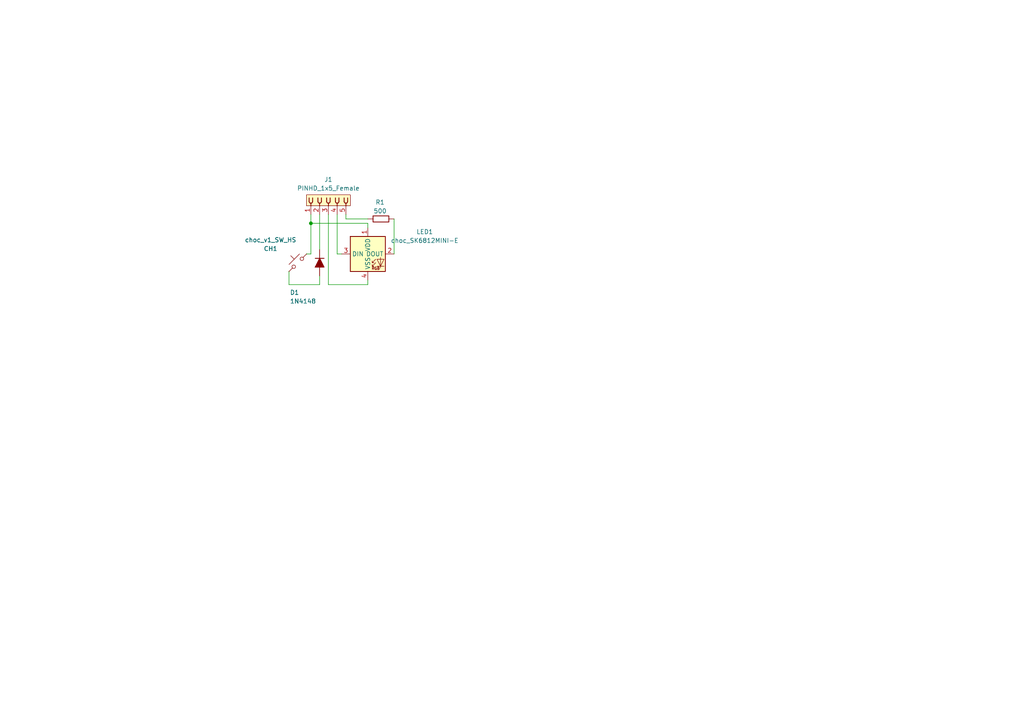
<source format=kicad_sch>
(kicad_sch (version 20250114) (generator "eeschema") (generator_version "9.0")
  (paper "A4")
  (lib_symbols
    (symbol "PCM_Diode_AKL:1N4148" (pin_numbers (hide yes)) (pin_names (offset 1.016) (hide yes))
      (property "Reference" "D" (at 0 5.08 0))
      (property "Value" "1N4148" (at 0 2.54 0))
      (symbol "1N4148_0_1"
        (polyline (pts (xy -1.27 1.27) (xy -1.27 -1.27) (xy 1.27 0) (xy -1.27 1.27)) (stroke (width 0.254)) (fill (type outline)))
        (polyline (pts (xy -1.27 0) (xy 1.27 0)))
        (polyline (pts (xy 1.27 1.27) (xy 1.27 -1.27)) (stroke (width 0.254)))
      )
      (symbol "1N4148_0_2"
        (polyline (pts (xy -2.54 -2.54) (xy 2.54 2.54)))
        (polyline (pts (xy -0.889 -0.889) (xy -1.778 0) (xy 0.889 0.889) (xy 0 -1.778) (xy -0.889 -0.889)) (stroke (width 0.254)) (fill (type outline)))
        (polyline (pts (xy 0 1.778) (xy 1.778 0)) (stroke (width 0.254)))
      )
      (symbol "1N4148_1_1"
        (pin passive line (at -3.81 0 0) (length 2.54) (name "A") (number "2"))
        (pin passive line (at 3.81 0 180) (length 2.54) (name "K") (number "1"))
      )
      (symbol "1N4148_1_2"
        (pin passive line (at -2.54 -2.54 0) (length 0) (name "A") (number "2"))
        (pin passive line (at 2.54 2.54 180) (length 0) (name "K") (number "1"))
      )
    )
    (symbol "PCM_SL_Pin_Headers:PINHD_1x5_Female"
      (property "Reference" "J" (at 0 11.43 0))
      (property "Value" "PINHD_1x5_Female" (at 0 8.89 0))
      (symbol "PINHD_1x5_Female_0_1"
        (rectangle (start -1.27 6.35) (end 1.905 -6.35) (fill (type background)))
        (polyline (pts (xy -1.27 5.08) (xy -0.508 5.08)) (stroke (width 0.25)))
        (polyline (pts (xy -1.27 2.54) (xy -0.508 2.54)) (stroke (width 0.25)))
        (polyline (pts (xy -1.27 0) (xy -0.508 0)) (stroke (width 0.25)))
        (polyline (pts (xy -1.27 -2.54) (xy -0.508 -2.54)) (stroke (width 0.25)))
        (polyline (pts (xy -1.27 -5.08) (xy -0.508 -5.08)) (stroke (width 0.25)))
        (polyline (pts (xy 0 5.588) (xy 1.016 5.588)) (stroke (width 0.25)))
        (arc (start -0.508 5.08) (mid -0.3592 5.4392) (end 0 5.588) (stroke (width 0.25)))
        (arc (start 0 4.572) (mid -0.3592 4.7208) (end -0.508 5.08) (stroke (width 0.25)))
        (polyline (pts (xy 0 4.572) (xy 1.016 4.572)) (stroke (width 0.25)))
        (polyline (pts (xy 0 3.048) (xy 1.016 3.048)) (stroke (width 0.25)))
        (arc (start -0.508 2.54) (mid -0.3592 2.8992) (end 0 3.048) (stroke (width 0.25)))
        (arc (start 0 2.032) (mid -0.3592 2.1808) (end -0.508 2.54) (stroke (width 0.25)))
        (polyline (pts (xy 0 2.032) (xy 1.016 2.032)) (stroke (width 0.25)))
        (polyline (pts (xy 0 0.508) (xy 1.016 0.508)) (stroke (width 0.25)))
        (arc (start -0.508 0) (mid -0.3592 0.3592) (end 0 0.508) (stroke (width 0.25)))
        (arc (start 0 -0.508) (mid -0.3592 -0.3592) (end -0.508 0) (stroke (width 0.25)))
        (polyline (pts (xy 0 -0.508) (xy 1.016 -0.508)) (stroke (width 0.25)))
        (polyline (pts (xy 0 -2.032) (xy 1.016 -2.032)) (stroke (width 0.25)))
        (arc (start -0.508 -2.54) (mid -0.3592 -2.1808) (end 0 -2.032) (stroke (width 0.25)))
        (arc (start 0 -3.048) (mid -0.3592 -2.8992) (end -0.508 -2.54) (stroke (width 0.25)))
        (polyline (pts (xy 0 -3.048) (xy 1.016 -3.048)) (stroke (width 0.25)))
        (polyline (pts (xy 0 -4.572) (xy 1.016 -4.572)) (stroke (width 0.25)))
        (arc (start -0.508 -5.08) (mid -0.3592 -4.7208) (end 0 -4.572) (stroke (width 0.25)))
        (arc (start 0 -5.588) (mid -0.3592 -5.4392) (end -0.508 -5.08) (stroke (width 0.25)))
        (polyline (pts (xy 0 -5.588) (xy 1.016 -5.588)) (stroke (width 0.25)))
      )
      (symbol "PINHD_1x5_Female_1_1"
        (pin passive line (at -3.81 5.08 0) (length 2.54) (name "") (number "1"))
        (pin passive line (at -3.81 2.54 0) (length 2.54) (name "") (number "2"))
        (pin passive line (at -3.81 0 0) (length 2.54) (name "") (number "3"))
        (pin passive line (at -3.81 -2.54 0) (length 2.54) (name "") (number "4"))
        (pin passive line (at -3.81 -5.08 0) (length 2.54) (name "") (number "5"))
      )
    )
    (symbol "PCM_SL_Resistors:Resistor"
      (property "Reference" "R" (at 0 5.08 0))
      (property "Value" "Resistor" (at 0 2.54 0))
      (symbol "Resistor_0_1"
        (rectangle (start -2.286 0.889) (end 2.286 -0.889) (stroke (width 0.24)))
      )
      (symbol "Resistor_1_1"
        (pin passive line (at -3.81 0 0) (length 1.5) (name "") (number "1"))
        (pin passive line (at 3.81 0 180) (length 1.5) (name "~") (number "2"))
      )
    )
    (symbol "PCM_marbastlib-choc:choc_SK6812MINI-E"
      (property "Reference" "LED" (at 2.54 6.35 0))
      (property "Value" "choc_SK6812MINI-E" (at 10.795 -6.35 0))
      (symbol "choc_SK6812MINI-E_0_0"
        (text "RGB" (at 2.286 -4.191 0) (effects (font (size 0.762 0.762))))
      )
      (symbol "choc_SK6812MINI-E_0_1"
        (rectangle (start -5.08 5.08) (end 5.08 -5.08) (stroke (width 0.254)) (fill (type background)))
        (polyline (pts (xy 1.27 -2.54) (xy 1.778 -2.54)))
        (polyline (pts (xy 1.27 -3.556) (xy 1.778 -3.556)))
        (polyline (pts (xy 2.286 -1.524) (xy 1.27 -2.54) (xy 1.27 -2.032)))
        (polyline (pts (xy 2.286 -2.54) (xy 1.27 -3.556) (xy 1.27 -3.048)))
        (polyline (pts (xy 3.683 -1.016) (xy 3.683 -3.556) (xy 3.683 -4.064)))
        (polyline (pts (xy 4.699 -1.524) (xy 2.667 -1.524) (xy 3.683 -3.556) (xy 4.699 -1.524)))
        (polyline (pts (xy 4.699 -3.556) (xy 2.667 -3.556)))
      )
      (symbol "choc_SK6812MINI-E_1_1"
        (pin input line (at -7.62 0 0) (length 2.54) (name "DIN") (number "3"))
        (pin power_in line (at 0 7.62 270) (length 2.54) (name "VDD") (number "1"))
        (pin power_in line (at 0 -7.62 90) (length 2.54) (name "VSS") (number "4"))
        (pin output line (at 7.62 0 180) (length 2.54) (name "DOUT") (number "2"))
      )
    )
    (symbol "PCM_marbastlib-choc:choc_v1_SW_HS_CPG135001S30" (pin_numbers (hide yes)) (pin_names (offset 1.016) (hide yes))
      (property "Reference" "CH" (at 3.048 1.016 0))
      (property "Value" "choc_v1_SW_HS" (at 0 -3.81 0))
      (symbol "choc_v1_SW_HS_CPG135001S30_0_1"
        (polyline (pts (xy -2.54 2.54) (xy -1.524 1.524) (xy -1.524 1.524)))
        (circle (center -1.1684 1.1684) (radius 0.508))
        (polyline (pts (xy -0.508 2.54) (xy 2.54 -0.508)))
        (polyline (pts (xy 1.016 1.016) (xy 2.032 2.032)))
        (circle (center 1.143 -1.1938) (radius 0.508))
        (polyline (pts (xy 1.524 -1.524) (xy 2.54 -2.54) (xy 2.54 -2.54) (xy 2.54 -2.54)))
        (pin passive line (at -2.54 2.54 0) (length 0) (name "1") (number "1"))
        (pin passive line (at 2.54 -2.54 180) (length 0) (name "2") (number "2"))
      )
    )
  )
  (junction (at 90.17 64.77))
  (wire (pts (xy 97.79 73.66) (xy 99.06 73.66)))
  (wire (pts (xy 97.79 62.23) (xy 97.79 73.66)))
  (wire (pts (xy 92.71 82.55) (xy 83.82 82.55)))
  (wire (pts (xy 83.82 82.55) (xy 83.82 78.74)))
  (wire (pts (xy 106.68 63.5) (xy 100.33 63.5)))
  (wire (pts (xy 90.17 64.77) (xy 90.17 73.66)))
  (wire (pts (xy 92.71 62.23) (xy 92.71 72.39)))
  (wire (pts (xy 106.68 81.28) (xy 106.68 82.55)))
  (wire (pts (xy 100.33 63.5) (xy 100.33 62.23)))
  (wire (pts (xy 92.71 82.55) (xy 92.71 80.01)))
  (wire (pts (xy 95.25 82.55) (xy 95.25 62.23)))
  (wire (pts (xy 106.68 82.55) (xy 95.25 82.55)))
  (wire (pts (xy 114.3 73.66) (xy 114.3 63.5)))
  (wire (pts (xy 88.9 73.66) (xy 90.17 73.66)))
  (wire (pts (xy 106.68 64.77) (xy 106.68 66.04)))
  (wire (pts (xy 90.17 64.77) (xy 106.68 64.77)))
  (wire (pts (xy 90.17 62.23) (xy 90.17 64.77)))
  (symbol (lib_id "PCM_SL_Resistors:Resistor") (at 110.49 63.5 180) (unit 1)
    (property "Reference" "R1" (at 110.236 58.674 0))
    (property "Value" "500" (at 110.236 61.214 0))
    (property "Footprint" "PCM_4ms_Resistor:R_0603" (effects (hide yes)))
    (property "Description" "1/4W Resistor" (effects (hide yes)))
  )
  (symbol (lib_id "PCM_Diode_AKL:1N4148") (at 92.71 76.2 90) (unit 1)
    (property "Reference" "D1" (at 84.074 84.836 90) (effects (justify right)))
    (property "Value" "1N4148" (at 84.074 87.376 90) (effects (justify right)))
    (property "Footprint" "PCM_Diode_THT_AKL:D_DO-35_SOD27_P7.62mm_Horizontal" (effects (hide yes)))
    (property "Datasheet" "https://datasheet.octopart.com/1N4148TR-ON-Semiconductor-datasheet-42765246.pdf" (effects (hide yes)))
    (property "Description" "DO-35 Diode, Small Signal, Fast Switching, 75V, 150mA, 4ns, Alternate KiCad Library" (effects (hide yes)))
  )
  (symbol (lib_id "PCM_marbastlib-choc:choc_v1_SW_HS_CPG135001S30") (at 86.36 76.2 90) (unit 1)
    (property "Reference" "CH1" (at 78.486 72.136 90))
    (property "Value" "choc_v1_SW_HS" (at 78.486 69.596 90))
    (property "Footprint" "PCM_marbastlib-choc:SW_choc_v1_HS_CPG135001S30_1u" (effects (hide yes)))
    (property "Description" "Push button switch, normally open, two pins, 45° tilted" (effects (hide yes)))
  )
  (symbol (lib_id "PCM_SL_Pin_Headers:PINHD_1x5_Female") (at 95.25 58.42 90) (unit 1)
    (property "Reference" "J1" (at 95.25 52.07 90))
    (property "Value" "PINHD_1x5_Female" (at 95.25 54.61 90))
    (property "Footprint" "PCM_4ms_Connector:Pins_1x05_2.54mm_TH" (effects (hide yes)))
    (property "Description" "Pin Header female with pin space 2.54mm. Pin Count -5" (effects (hide yes)))
  )
  (symbol (lib_id "PCM_marbastlib-choc:choc_SK6812MINI-E") (at 106.68 73.66 0) (unit 1)
    (property "Reference" "LED1" (at 123.19 67.2398 0))
    (property "Value" "choc_SK6812MINI-E" (at 123.19 69.7798 0))
    (property "Footprint" "PCM_marbastlib-choc:LED_choc_6028R" (effects (hide yes)))
    (property "Description" "Reverse mount adressable LED (WS2812 protocol)" (effects (hide yes)))
  )
)
</source>
